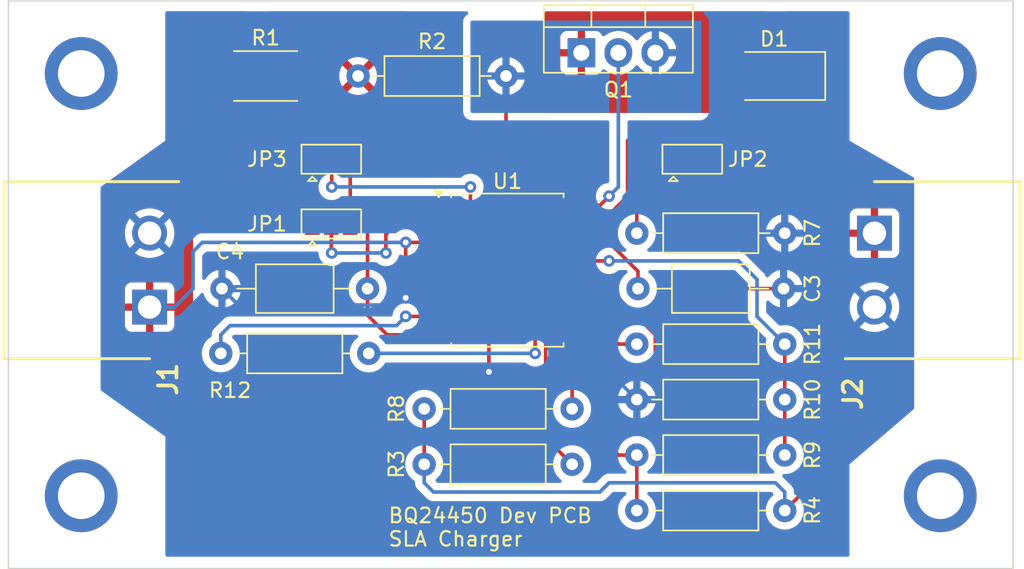
<source format=kicad_pcb>
(kicad_pcb (version 20240108) (generator "pcbnew") (generator_version "8.0")
  (layers (0 "F.Cu" signal) (31 "B.Cu" signal) (34 "B.Paste" user) (35 "F.Paste" user) (36 "B.SilkS" user "B.Silkscreen") (37 "F.SilkS" user "F.Silkscreen") (38 "B.Mask" user) (39 "F.Mask" user) (44 "Edge.Cuts" user))
  (net 0 "")
  (net 1 "Net-(U1-COMP)")
  (net 2 "GND")
  (net 3 "Net-(U1-BSTOP)")
  (net 4 "/Out")
  (net 5 "Net-(D1-A)")
  (net 6 "/In")
  (net 7 "Net-(JP1-C)")
  (net 8 "Net-(JP1-B)")
  (net 9 "Net-(JP1-A)")
  (net 10 "Net-(JP2-C)")
  (net 11 "Net-(JP2-A)")
  (net 12 "Net-(JP3-C)")
  (net 13 "Net-(Q1-B)")
  (net 14 "Net-(U1-PRE-CHRG)")
  (net 15 "Net-(U1-CE)")
  (net 16 "Net-(U1-STAT2)")
  (net 17 "Net-(U1-VFB)")
  (net 18 "Net-(U1-STAT1)")
  (net 19 "Net-(U1-{slash}PGOOD)")
  (footprint "Diode_SMD:D_SMA" (layer "F.Cu") (at 146.59 90.17 180)
    (property "Reference" "D1" (at 0 2.54 180) (layer "F.SilkS"))
    (property "Value" "ES2AA-13-F" (hide yes))
    (fp_line (start -3.51 1.65) (end 2 1.65) (stroke (width 0.12)) (layer "F.SilkS"))
    (fp_line (start -3.51 -1.65) (end 2 -1.65) (stroke (width 0.12)) (layer "F.SilkS"))
    (fp_line (start -3.51 -1.65) (end -3.51 1.65) (stroke (width 0.12)) (layer "F.SilkS"))
    (pad "1" smd roundrect (at -2 0 180) (size 2.5 1.8) (layers "F.Cu" "F.Paste" "F.Mask") (roundrect_rratio 0.1388888889) (net 4 "/Out"))
    (pad "2" smd roundrect (at 2 0 180) (size 2.5 1.8) (layers "F.Cu" "F.Paste" "F.Mask") (roundrect_rratio 0.1388888889) (net 5 "Net-(D1-A)"))
  )
  (footprint "MyParts-Mouser:Wurth_691313510002_Pluggable_Terminal_Block" (layer "F.Cu") (at 153.48 100.965 -90)
    (property "Reference" "J2" (at 11.035 1.48 90) (layer "F.SilkS") (effects (font (size 1.27 1.27) (thickness 0.254))))
    (property "Value" "Wurth 691313510002" (hide yes))
    (fp_line (start -3.54 0) (end -3.54 -10) (stroke (width 0.2)) (layer "F.SilkS"))
    (fp_line (start -3.54 -10) (end 8.62 -10) (stroke (width 0.2)) (layer "F.SilkS"))
    (fp_line (start 8.62 -10) (end 8.62 2) (stroke (width 0.2)) (layer "F.SilkS"))
    (pad "1" thru_hole rect (at 0 0 270) (size 2.4 2.4) (drill 1.6) (layers "*.Cu" "*.Mask") (net 4 "/Out"))
    (pad "2" thru_hole circle (at 5.08 0 270) (size 2.4 2.4) (drill 1.6) (layers "*.Cu" "*.Mask") (net 2 "GND"))
  )
  (footprint "Capacitor_THT:C_Axial_L5.1mm_D3.1mm_P10.00mm_Horizontal" (layer "F.Cu") (at 118.665 104.775 180)
    (property "Reference" "C4" (at 9.445 2.54 180) (layer "F.SilkS"))
    (property "Value" "DNF")
    (fp_line (start 8.96 0) (end 7.67 0) (stroke (width 0.12)) (layer "F.SilkS"))
    (fp_line (start 7.67 1.67) (end 7.67 -1.67) (stroke (width 0.12)) (layer "F.SilkS"))
    (fp_line (start 7.67 -1.67) (end 2.33 -1.67) (stroke (width 0.12)) (layer "F.SilkS"))
    (fp_line (start 2.33 1.67) (end 7.67 1.67) (stroke (width 0.12)) (layer "F.SilkS"))
    (fp_line (start 2.33 -1.67) (end 2.33 1.67) (stroke (width 0.12)) (layer "F.SilkS"))
    (fp_line (start 1.04 0) (end 2.33 0) (stroke (width 0.12)) (layer "F.SilkS"))
    (pad "1" thru_hole circle (at 0 0 180) (size 1.6 1.6) (drill 0.8) (layers "*.Cu" "*.Mask") (net 3 "Net-(U1-BSTOP)"))
    (pad "2" thru_hole oval (at 10 0 180) (size 1.6 1.6) (drill 0.8) (layers "*.Cu" "*.Mask") (net 2 "GND"))
  )
  (footprint "Capacitor_THT:C_Axial_L5.1mm_D3.1mm_P10.00mm_Horizontal" (layer "F.Cu") (at 137.24 104.775)
    (property "Reference" "C3" (at 11.985 0 90) (layer "F.SilkS"))
    (property "Value" "0u1F")
    (fp_line (start 1.04 0) (end 2.33 0) (stroke (width 0.12)) (layer "F.SilkS"))
    (fp_line (start 2.33 -1.67) (end 2.33 1.67) (stroke (width 0.12)) (layer "F.SilkS"))
    (fp_line (start 2.33 1.67) (end 7.67 1.67) (stroke (width 0.12)) (layer "F.SilkS"))
    (fp_line (start 7.67 -1.67) (end 2.33 -1.67) (stroke (width 0.12)) (layer "F.SilkS"))
    (fp_line (start 7.67 1.67) (end 7.67 -1.67) (stroke (width 0.12)) (layer "F.SilkS"))
    (fp_line (start 8.96 0) (end 7.67 0) (stroke (width 0.12)) (layer "F.SilkS"))
    (pad "1" thru_hole circle (at 0 0) (size 1.6 1.6) (drill 0.8) (layers "*.Cu" "*.Mask") (net 1 "Net-(U1-COMP)"))
    (pad "2" thru_hole oval (at 10 0) (size 1.6 1.6) (drill 0.8) (layers "*.Cu" "*.Mask") (net 2 "GND"))
  )
  (footprint "Jumper:SolderJumper-3_P1.3mm_Bridged12_Pad1.0x1.5mm" (layer "F.Cu") (at 116.175 95.885)
    (property "Reference" "JP3" (at -4.415 0 0) (layer "F.SilkS"))
    (property "Value" "Jumper_3_Bridged12" (hide yes))
    (fp_poly (pts (xy -0.9 -0.3) (xy -0.4 -0.3) (xy -0.4 0.3) (xy -0.9 0.3)) (fill solid) (layer "F.Cu"))
    (fp_line (start -2.05 -1) (end 2.05 -1) (stroke (width 0.12)) (layer "F.SilkS"))
    (fp_line (start -2.05 1) (end -2.05 -1) (stroke (width 0.12)) (layer "F.SilkS"))
    (fp_line (start -1.6 1.5) (end -1 1.5) (stroke (width 0.12)) (layer "F.SilkS"))
    (fp_line (start -1.3 1.2) (end -1.6 1.5) (stroke (width 0.12)) (layer "F.SilkS"))
    (fp_line (start -1.3 1.2) (end -1 1.5) (stroke (width 0.12)) (layer "F.SilkS"))
    (fp_line (start 2.05 -1) (end 2.05 1) (stroke (width 0.12)) (layer "F.SilkS"))
    (fp_line (start 2.05 1) (end -2.05 1) (stroke (width 0.12)) (layer "F.SilkS"))
    (pad "1" smd rect (at -1.3 0) (size 1 1.5) (layers "F.Cu" "F.Mask") (net 9 "Net-(JP1-A)"))
    (pad "2" smd rect (at 0 0) (size 1 1.5) (layers "F.Cu" "F.Mask") (net 12 "Net-(JP3-C)"))
    (pad "3" smd rect (at 1.3 0) (size 1 1.5) (layers "F.Cu" "F.Mask") (net 8 "Net-(JP1-B)"))
  )
  (footprint "MyParts:MountingHole_3.2mm_M3" (layer "F.Cu") (at 99 119)
    (property "Reference" "H3" (hide yes))
    (property "Value" "MountingHole_3.2mm_M3" (hide yes))
    (pad "" np_thru_hole circle (at 0 0) (size 5 5) (drill 3.2) (layers "*.Cu" "*.Mask"))
  )
  (footprint "MyParts:MountingHole_3.2mm_M3" (layer "F.Cu") (at 99 90)
    (property "Reference" "H1" (hide yes))
    (property "Value" "MountingHole_3.2mm_M3" (hide yes))
    (pad "" np_thru_hole circle (at 0 0) (size 5 5) (drill 3.2) (layers "*.Cu" "*.Mask"))
  )
  (footprint "Jumper:SolderJumper-3_P1.3mm_Bridged12_Pad1.0x1.5mm" (layer "F.Cu") (at 140.97 95.885)
    (property "Reference" "JP2" (at 3.81 0 0) (layer "F.SilkS"))
    (property "Value" "Jumper_3_Bridged12" (hide yes))
    (fp_poly (pts (xy -0.9 -0.3) (xy -0.4 -0.3) (xy -0.4 0.3) (xy -0.9 0.3)) (fill solid) (layer "F.Cu"))
    (fp_line (start -2.05 -1) (end 2.05 -1) (stroke (width 0.12)) (layer "F.SilkS"))
    (fp_line (start -2.05 1) (end -2.05 -1) (stroke (width 0.12)) (layer "F.SilkS"))
    (fp_line (start -1.6 1.5) (end -1 1.5) (stroke (width 0.12)) (layer "F.SilkS"))
    (fp_line (start -1.3 1.2) (end -1.6 1.5) (stroke (width 0.12)) (layer "F.SilkS"))
    (fp_line (start -1.3 1.2) (end -1 1.5) (stroke (width 0.12)) (layer "F.SilkS"))
    (fp_line (start 2.05 -1) (end 2.05 1) (stroke (width 0.12)) (layer "F.SilkS"))
    (fp_line (start 2.05 1) (end -2.05 1) (stroke (width 0.12)) (layer "F.SilkS"))
    (pad "1" smd rect (at -1.3 0) (size 1 1.5) (layers "F.Cu" "F.Mask") (net 11 "Net-(JP2-A)"))
    (pad "2" smd rect (at 0 0) (size 1 1.5) (layers "F.Cu" "F.Mask") (net 10 "Net-(JP2-C)"))
    (pad "3" smd rect (at 1.3 0) (size 1 1.5) (layers "F.Cu" "F.Mask") (net 5 "Net-(D1-A)"))
  )
  (footprint "Resistor_THT:R_Axial_DIN0207_L6.3mm_D2.5mm_P10.16mm_Horizontal" (layer "F.Cu") (at 137.16 100.965)
    (property "Reference" "R7" (at 12.065 0 90) (layer "F.SilkS"))
    (property "Value" "365R")
    (fp_line (start 1.04 0) (end 1.81 0) (stroke (width 0.12)) (layer "F.SilkS"))
    (fp_line (start 1.81 -1.37) (end 1.81 1.37) (stroke (width 0.12)) (layer "F.SilkS"))
    (fp_line (start 1.81 1.37) (end 8.35 1.37) (stroke (width 0.12)) (layer "F.SilkS"))
    (fp_line (start 8.35 -1.37) (end 1.81 -1.37) (stroke (width 0.12)) (layer "F.SilkS"))
    (fp_line (start 8.35 1.37) (end 8.35 -1.37) (stroke (width 0.12)) (layer "F.SilkS"))
    (fp_line (start 9.12 0) (end 8.35 0) (stroke (width 0.12)) (layer "F.SilkS"))
    (pad "1" thru_hole circle (at 0 0) (size 1.6 1.6) (drill 0.8) (layers "*.Cu" "*.Mask") (net 11 "Net-(JP2-A)"))
    (pad "2" thru_hole oval (at 10.16 0) (size 1.6 1.6) (drill 0.8) (layers "*.Cu" "*.Mask") (net 2 "GND"))
  )
  (footprint "Resistor_THT:R_Axial_DIN0207_L6.3mm_D2.5mm_P10.16mm_Horizontal" (layer "F.Cu") (at 108.585 109.22)
    (property "Reference" "R12" (at 0.635 2.54 0) (layer "F.SilkS"))
    (property "Value" "46k4")
    (fp_line (start 1.04 0) (end 1.81 0) (stroke (width 0.12)) (layer "F.SilkS"))
    (fp_line (start 1.81 -1.37) (end 1.81 1.37) (stroke (width 0.12)) (layer "F.SilkS"))
    (fp_line (start 1.81 1.37) (end 8.35 1.37) (stroke (width 0.12)) (layer "F.SilkS"))
    (fp_line (start 8.35 -1.37) (end 1.81 -1.37) (stroke (width 0.12)) (layer "F.SilkS"))
    (fp_line (start 8.35 1.37) (end 8.35 -1.37) (stroke (width 0.12)) (layer "F.SilkS"))
    (fp_line (start 9.12 0) (end 8.35 0) (stroke (width 0.12)) (layer "F.SilkS"))
    (pad "1" thru_hole circle (at 0 0) (size 1.6 1.6) (drill 0.8) (layers "*.Cu" "*.Mask") (net 19 "Net-(U1-{slash}PGOOD)"))
    (pad "2" thru_hole oval (at 10.16 0) (size 1.6 1.6) (drill 0.8) (layers "*.Cu" "*.Mask") (net 17 "Net-(U1-VFB)"))
  )
  (footprint "Jumper:SolderJumper-3_P1.3mm_Bridged12_Pad1.0x1.5mm" (layer "F.Cu") (at 116.175 100.33)
    (property "Reference" "JP1" (at -4.415 0 0) (layer "F.SilkS"))
    (property "Value" "Jumper_3_Bridged12" (hide yes))
    (fp_poly (pts (xy -0.9 -0.3) (xy -0.4 -0.3) (xy -0.4 0.3) (xy -0.9 0.3)) (fill solid) (layer "F.Cu"))
    (fp_line (start -2.05 -1) (end 2.05 -1) (stroke (width 0.12)) (layer "F.SilkS"))
    (fp_line (start -2.05 1) (end -2.05 -1) (stroke (width 0.12)) (layer "F.SilkS"))
    (fp_line (start -1.6 1.5) (end -1 1.5) (stroke (width 0.12)) (layer "F.SilkS"))
    (fp_line (start -1.3 1.2) (end -1.6 1.5) (stroke (width 0.12)) (layer "F.SilkS"))
    (fp_line (start -1.3 1.2) (end -1 1.5) (stroke (width 0.12)) (layer "F.SilkS"))
    (fp_line (start 2.05 -1) (end 2.05 1) (stroke (width 0.12)) (layer "F.SilkS"))
    (fp_line (start 2.05 1) (end -2.05 1) (stroke (width 0.12)) (layer "F.SilkS"))
    (pad "1" smd rect (at -1.3 0) (size 1 1.5) (layers "F.Cu" "F.Mask") (net 9 "Net-(JP1-A)"))
    (pad "2" smd rect (at 0 0) (size 1 1.5) (layers "F.Cu" "F.Mask") (net 7 "Net-(JP1-C)"))
    (pad "3" smd rect (at 1.3 0) (size 1 1.5) (layers "F.Cu" "F.Mask") (net 8 "Net-(JP1-B)"))
  )
  (footprint "Resistor_THT:R_Axial_DIN0207_L6.3mm_D2.5mm_P10.16mm_Horizontal" (layer "F.Cu") (at 118.015 90.17)
    (property "Reference" "R2" (at 5.08 -2.37 0) (layer "F.SilkS"))
    (property "Value" "0R")
    (fp_line (start 1.04 0) (end 1.81 0) (stroke (width 0.12)) (layer "F.SilkS"))
    (fp_line (start 1.81 -1.37) (end 1.81 1.37) (stroke (width 0.12)) (layer "F.SilkS"))
    (fp_line (start 1.81 1.37) (end 8.35 1.37) (stroke (width 0.12)) (layer "F.SilkS"))
    (fp_line (start 8.35 -1.37) (end 1.81 -1.37) (stroke (width 0.12)) (layer "F.SilkS"))
    (fp_line (start 8.35 1.37) (end 8.35 -1.37) (stroke (width 0.12)) (layer "F.SilkS"))
    (fp_line (start 9.12 0) (end 8.35 0) (stroke (width 0.12)) (layer "F.SilkS"))
    (pad "1" thru_hole circle (at 0 0) (size 1.6 1.6) (drill 0.8) (layers "*.Cu" "*.Mask") (net 9 "Net-(JP1-A)"))
    (pad "2" thru_hole oval (at 10.16 0) (size 1.6 1.6) (drill 0.8) (layers "*.Cu" "*.Mask") (net 8 "Net-(JP1-B)"))
  )
  (footprint "MyParts:MountingHole_3.2mm_M3" (layer "F.Cu") (at 158 90)
    (property "Reference" "H2" (hide yes))
    (property "Value" "MountingHole_3.2mm_M3" (hide yes))
    (pad "" np_thru_hole circle (at 0 0) (size 5 5) (drill 3.2) (layers "*.Cu" "*.Mask"))
  )
  (footprint "Resistor_THT:R_Axial_DIN0207_L6.3mm_D2.5mm_P10.16mm_Horizontal" (layer "F.Cu") (at 137.16 116.205)
    (property "Reference" "R9" (at 12.065 0 90) (layer "F.SilkS"))
    (property "Value" "17.4k")
    (fp_line (start 1.04 0) (end 1.81 0) (stroke (width 0.12)) (layer "F.SilkS"))
    (fp_line (start 1.81 -1.37) (end 1.81 1.37) (stroke (width 0.12)) (layer "F.SilkS"))
    (fp_line (start 1.81 1.37) (end 8.35 1.37) (stroke (width 0.12)) (layer "F.SilkS"))
    (fp_line (start 8.35 -1.37) (end 1.81 -1.37) (stroke (width 0.12)) (layer "F.SilkS"))
    (fp_line (start 8.35 1.37) (end 8.35 -1.37) (stroke (width 0.12)) (layer "F.SilkS"))
    (fp_line (start 9.12 0) (end 8.35 0) (stroke (width 0.12)) (layer "F.SilkS"))
    (pad "1" thru_hole circle (at 0 0) (size 1.6 1.6) (drill 0.8) (layers "*.Cu" "*.Mask") (net 15 "Net-(U1-CE)"))
    (pad "2" thru_hole oval (at 10.16 0) (size 1.6 1.6) (drill 0.8) (layers "*.Cu" "*.Mask") (net 17 "Net-(U1-VFB)"))
  )
  (footprint "MyParts-Mouser:Wurth_691313510002_Pluggable_Terminal_Block" (layer "F.Cu") (at 103.695 106.045 90)
    (property "Reference" "J1" (at -4.955 1.27 -90) (layer "F.SilkS") (effects (font (size 1.27 1.27) (thickness 0.254))))
    (property "Value" "Wurth 691313510002" (hide yes))
    (fp_line (start 8.62 -10) (end 8.62 2) (stroke (width 0.2)) (layer "F.SilkS"))
    (fp_line (start -3.54 -10) (end 8.62 -10) (stroke (width 0.2)) (layer "F.SilkS"))
    (fp_line (start -3.54 0) (end -3.54 -10) (stroke (width 0.2)) (layer "F.SilkS"))
    (pad "1" thru_hole rect (at 0 0 90) (size 2.4 2.4) (drill 1.6) (layers "*.Cu" "*.Mask") (net 6 "/In"))
    (pad "2" thru_hole circle (at 5.08 0 90) (size 2.4 2.4) (drill 1.6) (layers "*.Cu" "*.Mask") (net 2 "GND"))
  )
  (footprint "Resistor_THT:R_Axial_DIN0207_L6.3mm_D2.5mm_P10.16mm_Horizontal" (layer "F.Cu") (at 137.16 108.585)
    (property "Reference" "R11" (at 12.065 0 90) (layer "F.SilkS"))
    (property "Value" "590k")
    (fp_line (start 1.04 0) (end 1.81 0) (stroke (width 0.12)) (layer "F.SilkS"))
    (fp_line (start 1.81 -1.37) (end 1.81 1.37) (stroke (width 0.12)) (layer "F.SilkS"))
    (fp_line (start 1.81 1.37) (end 8.35 1.37) (stroke (width 0.12)) (layer "F.SilkS"))
    (fp_line (start 8.35 -1.37) (end 1.81 -1.37) (stroke (width 0.12)) (layer "F.SilkS"))
    (fp_line (start 8.35 1.37) (end 8.35 -1.37) (stroke (width 0.12)) (layer "F.SilkS"))
    (fp_line (start 9.12 0) (end 8.35 0) (stroke (width 0.12)) (layer "F.SilkS"))
    (pad "1" thru_hole circle (at 0 0) (size 1.6 1.6) (drill 0.8) (layers "*.Cu" "*.Mask") (net 18 "Net-(U1-STAT1)"))
    (pad "2" thru_hole oval (at 10.16 0) (size 1.6 1.6) (drill 0.8) (layers "*.Cu" "*.Mask") (net 17 "Net-(U1-VFB)"))
  )
  (footprint "MyParts:MountingHole_3.2mm_M3" (layer "F.Cu") (at 158 119)
    (property "Reference" "H4" (hide yes))
    (property "Value" "MountingHole_3.2mm_M3" (hide yes))
    (pad "" np_thru_hole circle (at 0 0) (size 5 5) (drill 3.2) (layers "*.Cu" "*.Mask"))
  )
  (footprint "Resistor_THT:R_Axial_DIN0207_L6.3mm_D2.5mm_P10.16mm_Horizontal" (layer "F.Cu") (at 147.32 112.395 180)
    (property "Reference" "R10" (at -1.905 0 -90) (layer "F.SilkS"))
    (property "Value" "DNF")
    (fp_line (start 9.12 0) (end 8.35 0) (stroke (width 0.12)) (layer "F.SilkS"))
    (fp_line (start 8.35 1.37) (end 8.35 -1.37) (stroke (width 0.12)) (layer "F.SilkS"))
    (fp_line (start 8.35 -1.37) (end 1.81 -1.37) (stroke (width 0.12)) (layer "F.SilkS"))
    (fp_line (start 1.81 1.37) (end 8.35 1.37) (stroke (width 0.12)) (layer "F.SilkS"))
    (fp_line (start 1.81 -1.37) (end 1.81 1.37) (stroke (width 0.12)) (layer "F.SilkS"))
    (fp_line (start 1.04 0) (end 1.81 0) (stroke (width 0.12)) (layer "F.SilkS"))
    (pad "1" thru_hole circle (at 0 0 180) (size 1.6 1.6) (drill 0.8) (layers "*.Cu" "*.Mask") (net 17 "Net-(U1-VFB)"))
    (pad "2" thru_hole oval (at 10.16 0 180) (size 1.6 1.6) (drill 0.8) (layers "*.Cu" "*.Mask") (net 2 "GND"))
  )
  (footprint "Resistor_THT:R_Axial_DIN0207_L6.3mm_D2.5mm_P10.16mm_Horizontal" (layer "F.Cu") (at 122.555 116.84)
    (property "Reference" "R3" (at -1.905 0 90) (layer "F.SilkS"))
    (property "Value" "475R")
    (fp_line (start 1.04 0) (end 1.81 0) (stroke (width 0.12)) (layer "F.SilkS"))
    (fp_line (start 1.81 -1.37) (end 1.81 1.37) (stroke (width 0.12)) (layer "F.SilkS"))
    (fp_line (start 1.81 1.37) (end 8.35 1.37) (stroke (width 0.12)) (layer "F.SilkS"))
    (fp_line (start 8.35 -1.37) (end 1.81 -1.37) (stroke (width 0.12)) (layer "F.SilkS"))
    (fp_line (start 8.35 1.37) (end 8.35 -1.37) (stroke (width 0.12)) (layer "F.SilkS"))
    (fp_line (start 9.12 0) (end 8.35 0) (stroke (width 0.12)) (layer "F.SilkS"))
    (pad "1" thru_hole circle (at 0 0) (size 1.6 1.6) (drill 0.8) (layers "*.Cu" "*.Mask") (net 4 "/Out"))
    (pad "2" thru_hole oval (at 10.16 0) (size 1.6 1.6) (drill 0.8) (layers "*.Cu" "*.Mask") (net 14 "Net-(U1-PRE-CHRG)"))
  )
  (footprint "Resistor_THT:R_Axial_DIN0207_L6.3mm_D2.5mm_P10.16mm_Horizontal" (layer "F.Cu") (at 147.32 120.015 180)
    (property "Reference" "R4" (at -1.905 0 -90) (layer "F.SilkS"))
    (property "Value" "215k")
    (fp_line (start 9.12 0) (end 8.35 0) (stroke (width 0.12)) (layer "F.SilkS"))
    (fp_line (start 8.35 1.37) (end 8.35 -1.37) (stroke (width 0.12)) (layer "F.SilkS"))
    (fp_line (start 8.35 -1.37) (end 1.81 -1.37) (stroke (width 0.12)) (layer "F.SilkS"))
    (fp_line (start 1.81 1.37) (end 8.35 1.37) (stroke (width 0.12)) (layer "F.SilkS"))
    (fp_line (start 1.81 -1.37) (end 1.81 1.37) (stroke (width 0.12)) (layer "F.SilkS"))
    (fp_line (start 1.04 0) (end 1.81 0) (stroke (width 0.12)) (layer "F.SilkS"))
    (pad "1" thru_hole circle (at 0 0 180) (size 1.6 1.6) (drill 0.8) (layers "*.Cu" "*.Mask") (net 4 "/Out"))
    (pad "2" thru_hole oval (at 10.16 0 180) (size 1.6 1.6) (drill 0.8) (layers "*.Cu" "*.Mask") (net 15 "Net-(U1-CE)"))
  )
  (footprint "Package_SO:SOIC-16W_7.5x10.3mm_P1.27mm" (layer "F.Cu") (at 128.27 103.505)
    (property "Reference" "U1" (at 0 -6.1 0) (layer "F.SilkS"))
    (property "Value" "~" (hide yes))
    (fp_line (start -3.86 -5.26) (end -3.86 -5.005) (stroke (width 0.12)) (layer "F.SilkS"))
    (fp_line (start -3.86 5.26) (end -3.86 5.005) (stroke (width 0.12)) (layer "F.SilkS"))
    (fp_line (start 0 -5.26) (end -3.86 -5.26) (stroke (width 0.12)) (layer "F.SilkS"))
    (fp_line (start 0 -5.26) (end 3.86 -5.26) (stroke (width 0.12)) (layer "F.SilkS"))
    (fp_line (start 0 5.26) (end -3.86 5.26) (stroke (width 0.12)) (layer "F.SilkS"))
    (fp_line (start 0 5.26) (end 3.86 5.26) (stroke (width 0.12)) (layer "F.SilkS"))
    (fp_line (start 3.86 -5.26) (end 3.86 -5.005) (stroke (width 0.12)) (layer "F.SilkS"))
    (fp_line (start 3.86 5.26) (end 3.86 5.005) (stroke (width 0.12)) (layer "F.SilkS"))
    (fp_poly (pts (xy -4.7125 -5.005) (xy -5.0525 -5.475) (xy -4.3725 -5.475) (xy -4.7125 -5.005)) (stroke (width 0.12)) (fill solid) (layer "F.SilkS"))
    (pad "1" smd roundrect (at -4.65 -4.445) (size 2.05 0.6) (layers "F.Cu" "F.Paste" "F.Mask") (net 3 "Net-(U1-BSTOP)"))
    (pad "2" smd roundrect (at -4.65 -3.175) (size 2.05 0.6) (layers "F.Cu" "F.Paste" "F.Mask") (net 7 "Net-(JP1-C)"))
    (pad "3" smd roundrect (at -4.65 -1.905) (size 2.05 0.6) (layers "F.Cu" "F.Paste" "F.Mask") (net 6 "/In"))
    (pad "4" smd roundrect (at -4.65 -0.635) (size 2.05 0.6) (layers "F.Cu" "F.Paste" "F.Mask") (net 12 "Net-(JP3-C)"))
    (pad "5" smd roundrect (at -4.65 0.635) (size 2.05 0.6) (layers "F.Cu" "F.Paste" "F.Mask") (net 6 "/In"))
    (pad "6" smd roundrect (at -4.65 1.905) (size 2.05 0.6) (layers "F.Cu" "F.Paste" "F.Mask") (net 2 "GND"))
    (pad "7" smd roundrect (at -4.65 3.175) (size 2.05 0.6) (layers "F.Cu" "F.Paste" "F.Mask") (net 19 "Net-(U1-{slash}PGOOD)"))
    (pad "8" smd roundrect (at -4.65 4.445) (size 2.05 0.6) (layers "F.Cu" "F.Paste" "F.Mask") (net 3 "Net-(U1-BSTOP)"))
    (pad "9" smd roundrect (at 4.65 4.445) (size 2.05 0.6) (layers "F.Cu" "F.Paste" "F.Mask") (net 16 "Net-(U1-STAT2)"))
    (pad "10" smd roundrect (at 4.65 3.175) (size 2.05 0.6) (layers "F.Cu" "F.Paste" "F.Mask") (net 18 "Net-(U1-STAT1)"))
    (pad "11" smd roundrect (at 4.65 1.905) (size 2.05 0.6) (layers "F.Cu" "F.Paste" "F.Mask") (net 14 "Net-(U1-PRE-CHRG)"))
    (pad "12" smd roundrect (at 4.65 0.635) (size 2.05 0.6) (layers "F.Cu" "F.Paste" "F.Mask") (net 15 "Net-(U1-CE)"))
    (pad "13" smd roundrect (at 4.65 -0.635) (size 2.05 0.6) (layers "F.Cu" "F.Paste" "F.Mask") (net 17 "Net-(U1-VFB)"))
    (pad "14" smd roundrect (at 4.65 -1.905) (size 2.05 0.6) (layers "F.Cu" "F.Paste" "F.Mask") (net 1 "Net-(U1-COMP)"))
    (pad "15" smd roundrect (at 4.65 -3.175) (size 2.05 0.6) (layers "F.Cu" "F.Paste" "F.Mask") (net 10 "Net-(JP2-C)"))
    (pad "16" smd roundrect (at 4.65 -4.445) (size 2.05 0.6) (layers "F.Cu" "F.Paste" "F.Mask") (net 13 "Net-(Q1-B)"))
  )
  (footprint "MyParts:R_2512 Large Pad" (layer "F.Cu") (at 111.665 90.17)
    (property "Reference" "R1" (at 0 -2.62 0) (layer "F.SilkS"))
    (property "Value" "0R5")
    (fp_line (start -2.177064 -1.71) (end 2.177064 -1.71) (stroke (width 0.12)) (layer "F.SilkS"))
    (fp_line (start -2.177064 1.71) (end 2.177064 1.71) (stroke (width 0.12)) (layer "F.SilkS"))
    (pad "1" smd roundrect (at -3.25 0) (size 1.6 3.4) (layers "F.Cu" "F.Paste" "F.Mask") (roundrect_rratio 0.178571) (net 6 "/In"))
    (pad "2" smd roundrect (at 3.25 0) (size 1.6 3.4) (layers "F.Cu" "F.Paste" "F.Mask") (roundrect_rratio 0.178571) (net 9 "Net-(JP1-A)"))
  )
  (footprint "Resistor_THT:R_Axial_DIN0207_L6.3mm_D2.5mm_P10.16mm_Horizontal" (layer "F.Cu") (at 132.715 113.03 180)
    (property "Reference" "R8" (at 12.065 0 -90) (layer "F.SilkS"))
    (property "Value" "10k0")
    (fp_line (start 9.12 0) (end 8.35 0) (stroke (width 0.12)) (layer "F.SilkS"))
    (fp_line (start 8.35 1.37) (end 8.35 -1.37) (stroke (width 0.12)) (layer "F.SilkS"))
    (fp_line (start 8.35 -1.37) (end 1.81 -1.37) (stroke (width 0.12)) (layer "F.SilkS"))
    (fp_line (start 1.81 1.37) (end 8.35 1.37) (stroke (width 0.12)) (layer "F.SilkS"))
    (fp_line (start 1.81 -1.37) (end 1.81 1.37) (stroke (width 0.12)) (layer "F.SilkS"))
    (fp_line (start 1.04 0) (end 1.81 0) (stroke (width 0.12)) (layer "F.SilkS"))
    (pad "1" thru_hole circle (at 0 0 180) (size 1.6 1.6) (drill 0.8) (layers "*.Cu" "*.Mask") (net 16 "Net-(U1-STAT2)"))
    (pad "2" thru_hole oval (at 10.16 0 180) (size 1.6 1.6) (drill 0.8) (layers "*.Cu" "*.Mask") (net 4 "/Out"))
  )
  (footprint "Package_TO_SOT_THT:TO-220-3_Vertical" (layer "F.Cu") (at 133.35 88.575)
    (property "Reference" "Q1" (at 2.54 2.54 0) (layer "F.SilkS"))
    (property "Value" "TIP32C" (hide yes))
    (fp_line (start -2.58 -3.27) (end -2.58 1.371) (stroke (width 0.12)) (layer "F.SilkS"))
    (fp_line (start -2.58 -3.27) (end 7.66 -3.27) (stroke (width 0.12)) (layer "F.SilkS"))
    (fp_line (start -2.58 -1.76) (end 7.66 -1.76) (stroke (width 0.12)) (layer "F.SilkS"))
    (fp_line (start -2.58 1.371) (end 7.66 1.371) (stroke (width 0.12)) (layer "F.SilkS"))
    (fp_line (start 0.69 -3.27) (end 0.69 -1.76) (stroke (width 0.12)) (layer "F.SilkS"))
    (fp_line (start 4.391 -3.27) (end 4.391 -1.76) (stroke (width 0.12)) (layer "F.SilkS"))
    (fp_line (start 7.66 -3.27) (end 7.66 1.371) (stroke (width 0.12)) (layer "F.SilkS"))
    (pad "1" thru_hole rect (at 0 0) (size 1.905 2) (drill 1.1) (layers "*.Cu" "*.Mask") (net 5 "Net-(D1-A)"))
    (pad "2" thru_hole oval (at 2.54 0) (size 1.905 2) (drill 1.1) (layers "*.Cu" "*.Mask") (net 13 "Net-(Q1-B)"))
    (pad "3" thru_hole oval (at 5.08 0) (size 1.905 2) (drill 1.1) (layers "*.Cu" "*.Mask") (net 8 "Net-(JP1-B)"))
  )
  (gr_rect (start 94 85) (end 163 124) (stroke (width 0.1)) (fill none) (layer "Edge.Cuts"))
  (gr_text "BQ24450 Dev PCB\nSLA Charger" (at 120.015 122.555 0) (layer "F.SilkS") (effects (font (size 1 1)) (justify left bottom)))
  (segment (start 135.255 101.6) (end 137.24 103.585) (width 0.25) (layer "F.Cu") (net 1))
  (segment (start 137.24 103.585) (end 137.24 104.775) (width 0.25) (layer "F.Cu") (net 1))
  (segment (start 132.92 101.6) (end 135.255 101.6) (width 0.25) (layer "F.Cu") (net 1))
  (segment (start 142.875 104.775) (end 142.24 105.41) (width 0.25) (layer "F.Cu") (net 2))
  (segment (start 124.644999 105.41) (end 125.095 105.41) (width 0.25) (layer "F.Cu") (net 2))
  (segment (start 125.095 105.41) (end 126.365 105.41) (width 0.25) (layer "F.Cu") (net 2))
  (segment (start 142.24 111.76) (end 141.605 112.395) (width 0.25) (layer "F.Cu") (net 2))
  (segment (start 147.24 101.045) (end 147.32 100.965) (width 0.25) (layer "F.Cu") (net 2))
  (segment (start 147.24 104.775) (end 142.875 104.775) (width 0.25) (layer "F.Cu") (net 2))
  (segment (start 127 106.045) (end 127 110.49) (width 0.25) (layer "F.Cu") (net 2))
  (segment (start 123.62 105.41) (end 124.644999 105.41) (width 0.25) (layer "F.Cu") (net 2))
  (segment (start 126.365 105.41) (end 127 106.045) (width 0.25) (layer "F.Cu") (net 2))
  (segment (start 147.24 104.775) (end 147.24 101.045) (width 0.25) (layer "F.Cu") (net 2))
  (segment (start 123.62 105.41) (end 121.285 105.41) (width 0.25) (layer "F.Cu") (net 2))
  (segment (start 142.24 105.41) (end 142.24 111.76) (width 0.25) (layer "F.Cu") (net 2))
  (segment (start 141.605 112.395) (end 137.16 112.395) (width 0.25) (layer "F.Cu") (net 2))
  (via (at 121.285 105.41) (size 0.8) (drill 0.4) (layers "F.Cu" "B.Cu") (net 2))
  (via (at 127 110.49) (size 0.8) (drill 0.4) (layers "F.Cu" "B.Cu") (net 2))
  (segment (start 109.79 105.9) (end 108.665 104.775) (width 0.25) (layer "B.Cu") (net 2))
  (segment (start 120.16 105.9) (end 109.79 105.9) (width 0.25) (layer "B.Cu") (net 2))
  (segment (start 135.255 110.49) (end 137.16 112.395) (width 0.25) (layer "B.Cu") (net 2))
  (segment (start 120.65 105.41) (end 120.16 105.9) (width 0.25) (layer "B.Cu") (net 2))
  (segment (start 127 110.49) (end 135.255 110.49) (width 0.25) (layer "B.Cu") (net 2))
  (segment (start 121.285 105.41) (end 120.65 105.41) (width 0.25) (layer "B.Cu") (net 2))
  (segment (start 118.665 100.41) (end 118.665 104.775) (width 0.25) (layer "F.Cu") (net 3))
  (segment (start 120.015 99.06) (end 118.665 100.41) (width 0.25) (layer "F.Cu") (net 3))
  (segment (start 118.665 106.6) (end 118.665 104.775) (width 0.25) (layer "F.Cu") (net 3))
  (segment (start 123.62 99.06) (end 120.015 99.06) (width 0.25) (layer "F.Cu") (net 3))
  (segment (start 120.015 107.95) (end 118.665 106.6) (width 0.25) (layer "F.Cu") (net 3))
  (segment (start 123.62 107.95) (end 120.015 107.95) (width 0.25) (layer "F.Cu") (net 3))
  (segment (start 148.59 92.075) (end 148.59 90.17) (width 0.25) (layer "F.Cu") (net 4))
  (segment (start 153.48 96.965) (end 148.59 92.075) (width 0.25) (layer "F.Cu") (net 4))
  (segment (start 147.32 120.015) (end 149.225 118.11) (width 0.25) (layer "F.Cu") (net 4))
  (segment (start 149.86 100.965) (end 153.48 100.965) (width 0.25) (layer "F.Cu") (net 4))
  (segment (start 153.48 100.965) (end 153.48 96.965) (width 0.25) (layer "F.Cu") (net 4))
  (segment (start 149.225 101.6) (end 149.86 100.965) (width 0.25) (layer "F.Cu") (net 4))
  (segment (start 122.555 116.84) (end 122.555 113.03) (width 0.25) (layer "F.Cu") (net 4))
  (segment (start 149.225 118.11) (end 149.225 101.6) (width 0.25) (layer "F.Cu") (net 4))
  (segment (start 123.19 118.745) (end 122.555 118.11) (width 0.25) (layer "B.Cu") (net 4))
  (segment (start 147.32 120.015) (end 147.32 118.745) (width 0.25) (layer "B.Cu") (net 4))
  (segment (start 146.685 118.11) (end 135.255 118.11) (width 0.25) (layer "B.Cu") (net 4))
  (segment (start 122.555 118.11) (end 122.555 116.84) (width 0.25) (layer "B.Cu") (net 4))
  (segment (start 134.62 118.745) (end 123.19 118.745) (width 0.25) (layer "B.Cu") (net 4))
  (segment (start 135.255 118.11) (end 134.62 118.745) (width 0.25) (layer "B.Cu") (net 4))
  (segment (start 147.32 118.745) (end 146.685 118.11) (width 0.25) (layer "B.Cu") (net 4))
  (segment (start 144.145 95.885) (end 142.27 95.885) (width 0.25) (layer "F.Cu") (net 5))
  (segment (start 144.59 90.17) (end 144.59 95.44) (width 0.25) (layer "F.Cu") (net 5))
  (segment (start 144.59 95.44) (end 144.145 95.885) (width 0.25) (layer "F.Cu") (net 5))
  (segment (start 123.62 104.14) (end 121.92 104.14) (width 0.25) (layer "F.Cu") (net 6))
  (segment (start 123.62 101.6) (end 121.285 101.6) (width 0.25) (layer "F.Cu") (net 6))
  (segment (start 121.92 104.14) (end 121.285 103.505) (width 0.25) (layer "F.Cu") (net 6))
  (segment (start 121.285 103.505) (end 121.285 101.6) (width 0.25) (layer "F.Cu") (net 6))
  (via (at 121.285 101.6) (size 0.8) (drill 0.4) (layers "F.Cu" "B.Cu") (net 6))
  (segment (start 107.315 101.6) (end 106.68 102.235) (width 0.25) (layer "B.Cu") (net 6))
  (segment (start 121.285 101.6) (end 107.315 101.6) (width 0.25) (layer "B.Cu") (net 6))
  (segment (start 105.41 106.045) (end 103.695 106.045) (width 0.25) (layer "B.Cu") (net 6))
  (segment (start 106.68 102.235) (end 106.68 104.775) (width 0.25) (layer "B.Cu") (net 6))
  (segment (start 106.68 104.775) (end 105.41 106.045) (width 0.25) (layer "B.Cu") (net 6))
  (segment (start 116.175 100.33) (end 116.175 102.295) (width 0.25) (layer "F.Cu") (net 7))
  (segment (start 123.62 100.33) (end 120.65 100.33) (width 0.25) (layer "F.Cu") (net 7))
  (segment (start 119.925 101.055) (end 119.925 102.325) (width 0.25) (layer "F.Cu") (net 7))
  (segment (start 120.65 100.33) (end 119.925 101.055) (width 0.25) (layer "F.Cu") (net 7))
  (segment (start 116.175 102.295) (end 116.205 102.325) (width 0.25) (layer "F.Cu") (net 7))
  (via (at 119.925 102.325) (size 0.8) (drill 0.4) (layers "F.Cu" "B.Cu") (net 7))
  (via (at 116.205 102.325) (size 0.8) (drill 0.4) (layers "F.Cu" "B.Cu") (net 7))
  (segment (start 120.015 102.235) (end 119.925 102.325) (width 0.25) (layer "B.Cu") (net 7))
  (segment (start 116.205 102.325) (end 119.925 102.325) (width 0.25) (layer "B.Cu") (net 7))
  (segment (start 117.475 95.885) (end 117.475 100.33) (width 0.25) (layer "F.Cu") (net 8))
  (segment (start 128.175 90.17) (end 128.175 94.71) (width 0.25) (layer "F.Cu") (net 8))
  (segment (start 127 95.885) (end 117.475 95.885) (width 0.25) (layer "F.Cu") (net 8))
  (segment (start 128.175 94.71) (end 127 95.885) (width 0.25) (layer "F.Cu") (net 8))
  (segment (start 114.915 90.17) (end 114.915 95.845) (width 0.25) (layer "F.Cu") (net 9))
  (segment (start 114.875 95.885) (end 114.875 100.33) (width 0.25) (layer "F.Cu") (net 9))
  (segment (start 114.915 95.845) (end 114.875 95.885) (width 0.25) (layer "F.Cu") (net 9))
  (segment (start 140.335 93.98) (end 140.97 94.615) (width 0.25) (layer "F.Cu") (net 10))
  (segment (start 136.525 94.615) (end 137.16 93.98) (width 0.25) (layer "F.Cu") (net 10))
  (segment (start 140.97 94.615) (end 140.97 95.885) (width 0.25) (layer "F.Cu") (net 10))
  (segment (start 134.62 100.33) (end 136.525 98.425) (width 0.25) (layer "F.Cu") (net 10))
  (segment (start 132.92 100.33) (end 134.62 100.33) (width 0.25) (layer "F.Cu") (net 10))
  (segment (start 136.525 98.425) (end 136.525 94.615) (width 0.25) (layer "F.Cu") (net 10))
  (segment (start 137.16 93.98) (end 140.335 93.98) (width 0.25) (layer "F.Cu") (net 10))
  (segment (start 139.67 95.885) (end 137.795 95.885) (width 0.25) (layer "F.Cu") (net 11))
  (segment (start 137.16 96.52) (end 137.16 100.965) (width 0.25) (layer "F.Cu") (net 11))
  (segment (start 137.795 95.885) (end 137.16 96.52) (width 0.25) (layer "F.Cu") (net 11))
  (segment (start 124.644999 102.87) (end 125.73 101.784999) (width 0.25) (layer "F.Cu") (net 12))
  (segment (start 116.205 97.79) (end 116.205 95.915) (width 0.25) (layer "F.Cu") (net 12))
  (segment (start 125.73 101.784999) (end 125.73 97.79) (width 0.25) (layer "F.Cu") (net 12))
  (segment (start 116.205 95.915) (end 116.175 95.885) (width 0.25) (layer "F.Cu") (net 12))
  (segment (start 123.62 102.87) (end 124.644999 102.87) (width 0.25) (layer "F.Cu") (net 12))
  (via (at 116.205 97.79) (size 0.8) (drill 0.4) (layers "F.Cu" "B.Cu") (net 12))
  (via (at 125.73 97.79) (size 0.8) (drill 0.4) (layers "F.Cu" "B.Cu") (net 12))
  (segment (start 125.73 97.79) (end 116.205 97.79) (width 0.25) (layer "B.Cu") (net 12))
  (segment (start 134.62 99.06) (end 135.255 98.425) (width 0.25) (layer "F.Cu") (net 13))
  (segment (start 132.92 99.06) (end 134.62 99.06) (width 0.25) (layer "F.Cu") (net 13))
  (via (at 135.255 98.425) (size 0.8) (drill 0.4) (layers "F.Cu" "B.Cu") (net 13))
  (segment (start 135.89 97.79) (end 135.89 88.575) (width 0.25) (layer "B.Cu") (net 13))
  (segment (start 135.255 98.425) (end 135.89 97.79) (width 0.25) (layer "B.Cu") (net 13))
  (segment (start 132.715 116.84) (end 130.9 115.025) (width 0.25) (layer "F.Cu") (net 14))
  (segment (start 130.9 115.025) (end 130.9 106.405001) (width 0.25) (layer "F.Cu") (net 14))
  (segment (start 131.895001 105.41) (end 132.92 105.41) (width 0.25) (layer "F.Cu") (net 14))
  (segment (start 130.9 106.405001) (end 131.895001 105.41) (width 0.25) (layer "F.Cu") (net 14))
  (segment (start 132.92 104.14) (end 134.62 104.14) (width 0.25) (layer "F.Cu") (net 15))
  (segment (start 135.255 115.57) (end 135.89 116.205) (width 0.25) (layer "F.Cu") (net 15))
  (segment (start 138.43 107.95) (end 138.43 109.534009) (width 0.25) (layer "F.Cu") (net 15))
  (segment (start 134.62 104.14) (end 138.43 107.95) (width 0.25) (layer "F.Cu") (net 15))
  (segment (start 135.255 111.76) (end 135.255 115.57) (width 0.25) (layer "F.Cu") (net 15))
  (segment (start 135.89 116.205) (end 137.16 116.205) (width 0.25) (layer "F.Cu") (net 15))
  (segment (start 138.43 109.534009) (end 137.474009 110.49) (width 0.25) (layer "F.Cu") (net 15))
  (segment (start 136.525 110.49) (end 135.255 111.76) (width 0.25) (layer "F.Cu") (net 15))
  (segment (start 137.16 120.015) (end 137.16 116.205) (width 0.25) (layer "F.Cu") (net 15))
  (segment (start 137.474009 110.49) (end 136.525 110.49) (width 0.25) (layer "F.Cu") (net 15))
  (segment (start 132.715 108.155) (end 132.92 107.95) (width 0.25) (layer "F.Cu") (net 16))
  (segment (start 132.715 113.03) (end 132.715 108.155) (width 0.25) (layer "F.Cu") (net 16))
  (segment (start 132.92 102.87) (end 130.81 102.87) (width 0.25) (layer "F.Cu") (net 17))
  (segment (start 130.175 103.505) (end 130.175 109.22) (width 0.25) (layer "F.Cu") (net 17))
  (segment (start 130.81 102.87) (end 130.175 103.505) (width 0.25) (layer "F.Cu") (net 17))
  (segment (start 147.32 116.205) (end 147.32 112.395) (width 0.25) (layer "F.Cu") (net 17))
  (segment (start 132.92 102.87) (end 135.255 102.87) (width 0.25) (layer "F.Cu") (net 17))
  (segment (start 147.32 108.585) (end 147.32 112.395) (width 0.25) (layer "F.Cu") (net 17))
  (via (at 135.255 102.87) (size 0.8) (drill 0.4) (layers "F.Cu" "B.Cu") (net 17))
  (via (at 130.175 109.22) (size 0.8) (drill 0.4) (layers "F.Cu" "B.Cu") (net 17))
  (segment (start 145.415 104.14) (end 145.415 106.68) (width 0.25) (layer "B.Cu") (net 17))
  (segment (start 135.255 102.87) (end 144.145 102.87) (width 0.25) (layer "B.Cu") (net 17))
  (segment (start 130.175 109.22) (end 118.745 109.22) (width 0.25) (layer "B.Cu") (net 17))
  (segment (start 145.415 106.68) (end 147.32 108.585) (width 0.25) (layer "B.Cu") (net 17))
  (segment (start 144.145 102.87) (end 145.415 104.14) (width 0.25) (layer "B.Cu") (net 17))
  (segment (start 134.62 106.68) (end 135.255 107.315) (width 0.25) (layer "F.Cu") (net 18))
  (segment (start 135.255 107.315) (end 135.255 107.95) (width 0.25) (layer "F.Cu") (net 18))
  (segment (start 135.255 107.95) (end 135.89 108.585) (width 0.25) (layer "F.Cu") (net 18))
  (segment (start 135.89 108.585) (end 137.16 108.585) (width 0.25) (layer "F.Cu") (net 18))
  (segment (start 132.92 106.68) (end 134.62 106.68) (width 0.25) (layer "F.Cu") (net 18))
  (segment (start 123.62 106.68) (end 121.285 106.68) (width 0.25) (layer "F.Cu") (net 19))
  (via (at 121.285 106.68) (size 0.8) (drill 0.4) (layers "F.Cu" "B.Cu") (net 19))
  (segment (start 120.65 107.315) (end 109.22 107.315) (width 0.25) (layer "B.Cu") (net 19))
  (segment (start 109.22 107.315) (end 108.585 107.95) (width 0.25) (layer "B.Cu") (net 19))
  (segment (start 121.285 106.68) (end 120.65 107.315) (width 0.25) (layer "B.Cu") (net 19))
  (segment (start 108.585 107.95) (end 108.585 109.22) (width 0.25) (layer "B.Cu") (net 19))
  (zone (net 9) (net_name "Net-(JP1-A)") (layer "F.Cu") (priority 1) (connect_pads (clearance 0.5)) (min_thickness 0.25) (fill yes (thermal_gap 0.5) (thermal_bridge_width 0.5))
    (polygon (pts (xy 111.76 85.725) (xy 111.76 93.345) (xy 121.285 93.345) (xy 121.285 85.725)))
  )
  (zone (net 4) (net_name "/Out") (layer "F.Cu") (priority 2) (connect_pads (clearance 0.5)) (min_thickness 0.25) (fill yes (thermal_gap 0.5) (thermal_bridge_width 0.5))
    (polygon (pts (xy 147.32 85.725) (xy 147.32 95.885) (xy 150.495 98.425) (xy 150.495 104.14) (xy 154.94 104.14) (xy 154.94 96.52) (xy 151.765 94.615) (xy 151.765 85.725)))
  )
  (zone (net 5) (net_name "Net-(D1-A)") (layer "F.Cu") (priority 3) (connect_pads (clearance 0.5)) (min_thickness 0.25) (fill yes (thermal_gap 0.5) (thermal_bridge_width 0.5))
    (polygon (pts (xy 146.05 92.71) (xy 146.05 85.725) (xy 130.81 85.725) (xy 130.81 92.71)))
  )
  (zone (net 6) (net_name "/In") (layer "F.Cu") (priority 5) (connect_pads (clearance 0.5)) (min_thickness 0.25) (fill yes (thermal_gap 0.5) (thermal_bridge_width 0.5))
    (polygon (pts (xy 110.49 85.725) (xy 104.775 85.725) (xy 104.775 94.615) (xy 100.33 97.79) (xy 100.33 109.22) (xy 106.68 109.22) (xy 106.68 97.79) (xy 109.22 96.52) (xy 110.49 96.52)))
  )
  (zone (net 2) (net_name "GND") (layer "B.Cu") (connect_pads (clearance 0.5)) (min_thickness 0.25) (fill yes (thermal_gap 0.5) (thermal_bridge_width 0.5))
    (polygon (pts (xy 104.775 85.725) (xy 104.775 94.615) (xy 100.33 97.79) (xy 100.33 111.76) (xy 104.775 114.935) (xy 104.775 123.19) (xy 151.765 123.19) (xy 151.765 116.84) (xy 156.21 113.03) (xy 156.21 97.155) (xy 151.765 94.615) (xy 151.765 85.725)))
  )
  (zone (net 8) (net_name "Net-(JP1-B)") (layer "B.Cu") (priority 4) (connect_pads (clearance 0.5)) (min_thickness 0.25) (fill yes (thermal_gap 0.5) (thermal_bridge_width 0.5))
    (polygon (pts (xy 125.73 86.36) (xy 141.605 86.36) (xy 141.605 92.71) (xy 125.73 92.71)))
  )
)
</source>
